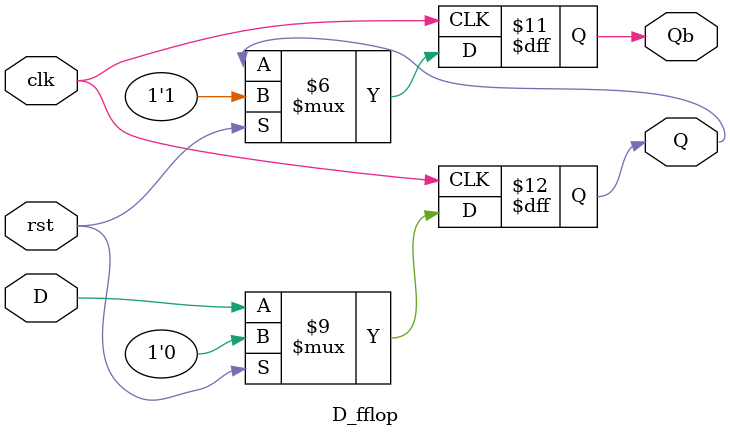
<source format=v>
module D_fflop(D,clk,rst,Q,Qb);

    input D,clk,rst;
    output reg Q,Qb;

    always @(posedge clk) begin
      
      if (rst == 1'b1) begin
            Q <=1'b0;
      end
      else begin

            Q <= D;
      end  

    end

always @(posedge clk) begin
      
      if (rst == 1'b1) begin
            Qb <=1'b1;
      end
      else begin

            Qb <= Q;
      end

    end    

endmodule
</source>
